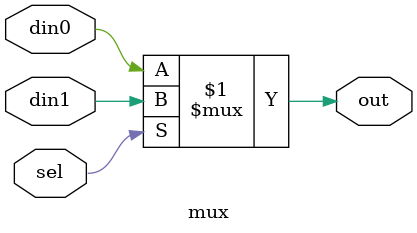
<source format=v>
module mux(din0, din1, sel, out);

input din0, din1, sel;
output out;

wire out;

assign out = (sel) ? din1 : din0;

endmodule

</source>
